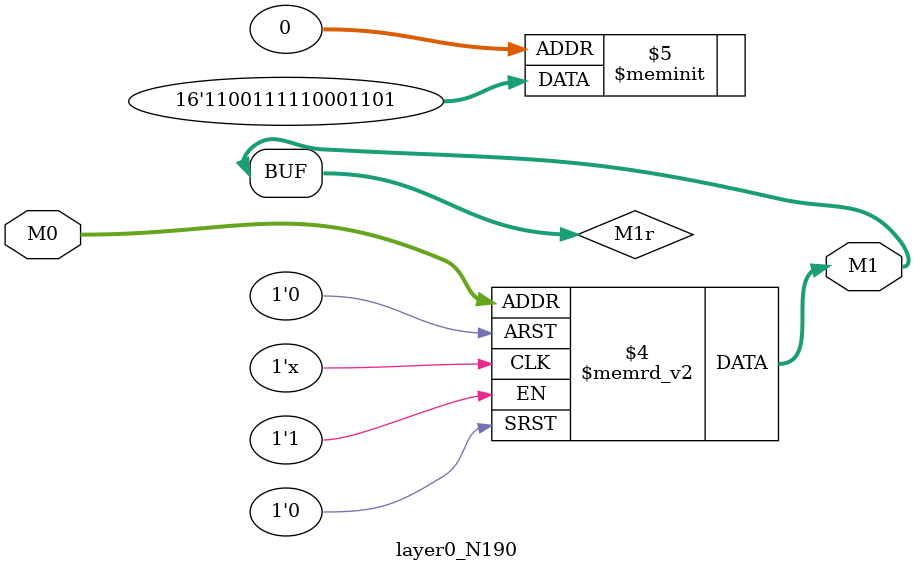
<source format=v>
module layer0_N190 ( input [2:0] M0, output [1:0] M1 );

	(*rom_style = "distributed" *) reg [1:0] M1r;
	assign M1 = M1r;
	always @ (M0) begin
		case (M0)
			3'b000: M1r = 2'b01;
			3'b100: M1r = 2'b11;
			3'b010: M1r = 2'b00;
			3'b110: M1r = 2'b00;
			3'b001: M1r = 2'b11;
			3'b101: M1r = 2'b11;
			3'b011: M1r = 2'b10;
			3'b111: M1r = 2'b11;

		endcase
	end
endmodule

</source>
